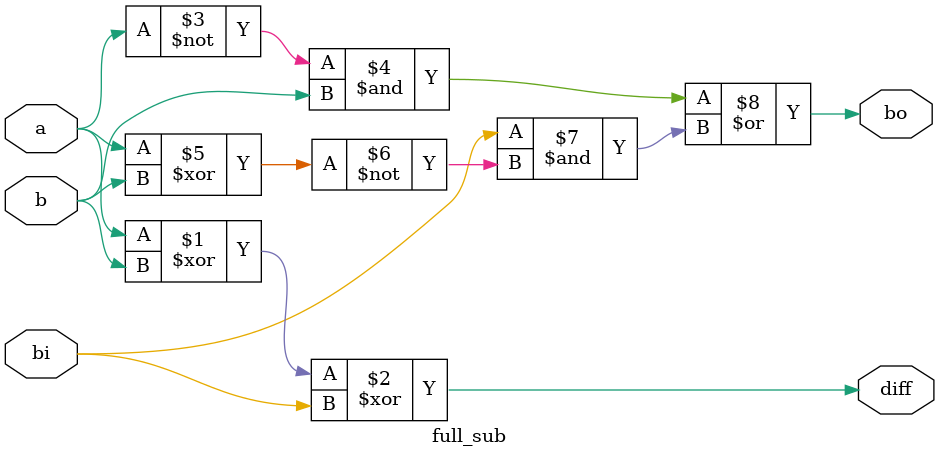
<source format=v>
module full_sub(a,b,bi,diff,bo);
	input a,b,bi;
	output diff,bo;
	assign diff = a^b^bi;
	assign bo = (~a&b) | (bi&~(a^b));
endmodule


</source>
